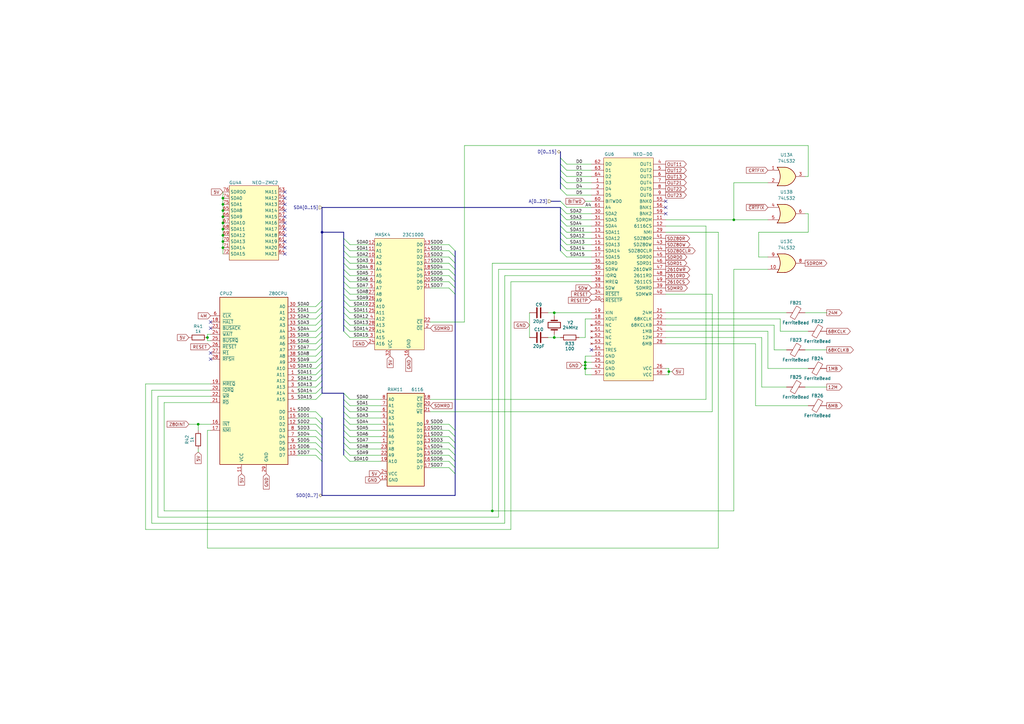
<source format=kicad_sch>
(kicad_sch (version 20250114) (generator "eeschema") (generator_version "9.0")
  (paper "A3")
  (title_block (title "NEO-MVH MV1FZS") (date "2025-10-13") (comment 1 "Not official schematic from SNK") (comment 2 "Use at your own discretion"))
  (junction (at 81.28 173.99))
  (junction (at 85.09 138.43))
  (junction (at 240.03 149.86))
  (junction (at 91.44 81.28))
  (junction (at 91.44 99.06))
  (junction (at 91.44 96.52))
  (junction (at 227.33 128.27))
  (junction (at 91.44 91.44))
  (junction (at 240.03 151.13))
  (junction (at 274.32 152.4))
  (junction (at 227.33 138.43))
  (junction (at 91.44 86.36))
  (junction (at 91.44 83.82))
  (junction (at 91.44 88.9))
  (junction (at 201.93 209.55))
  (junction (at 91.44 93.98))
  (junction (at 91.44 101.6))
  (junction (at 300.99 90.17))
  (junction (at 132.08 95.25))
  (junction (at 240.03 148.59))
  (no_connect (at 86.36 132.08))
  (no_connect (at 273.05 85.09))
  (no_connect (at 86.36 144.78))
  (no_connect (at 116.84 91.44))
  (no_connect (at 116.84 93.98))
  (no_connect (at 116.84 83.82))
  (no_connect (at 116.84 104.14))
  (no_connect (at 86.36 147.32))
  (no_connect (at 242.57 143.51))
  (no_connect (at 116.84 86.36))
  (no_connect (at 273.05 87.63))
  (no_connect (at 86.36 134.62))
  (no_connect (at 116.84 88.9))
  (no_connect (at 116.84 81.28))
  (no_connect (at 116.84 78.74))
  (no_connect (at 116.84 96.52))
  (no_connect (at 273.05 82.55))
  (no_connect (at 116.84 101.6))
  (no_connect (at 116.84 99.06))
  (bus_entry (at 132.08 148.59) (size -2.54 2.54))
  (bus_entry (at 143.51 118.11) (size -2.54 -2.54))
  (bus_entry (at 132.08 176.53) (size -2.54 -2.54))
  (bus_entry (at 140.97 176.53) (size 2.54 2.54))
  (bus_entry (at 186.69 110.49) (size -2.54 -2.54))
  (bus_entry (at 186.69 181.61) (size -2.54 -2.54))
  (bus_entry (at 186.69 179.07) (size -2.54 -2.54))
  (bus_entry (at 140.97 171.45) (size 2.54 2.54))
  (bus_entry (at 132.08 123.19) (size -2.54 2.54))
  (bus_entry (at 143.51 113.03) (size -2.54 -2.54))
  (bus_entry (at 140.97 179.07) (size 2.54 2.54))
  (bus_entry (at 143.51 130.81) (size -2.54 -2.54))
  (bus_entry (at 229.87 82.55) (size 2.54 2.54))
  (bus_entry (at 132.08 146.05) (size -2.54 2.54))
  (bus_entry (at 186.69 113.03) (size -2.54 -2.54))
  (bus_entry (at 132.08 179.07) (size -2.54 -2.54))
  (bus_entry (at 140.97 166.37) (size 2.54 2.54))
  (bus_entry (at 229.87 72.39) (size 2.54 2.54))
  (bus_entry (at 229.87 92.71) (size 2.54 2.54))
  (bus_entry (at 132.08 140.97) (size -2.54 2.54))
  (bus_entry (at 186.69 176.53) (size -2.54 -2.54))
  (bus_entry (at 143.51 135.89) (size -2.54 -2.54))
  (bus_entry (at 186.69 184.15) (size -2.54 -2.54))
  (bus_entry (at 140.97 181.61) (size 2.54 2.54))
  (bus_entry (at 143.51 128.27) (size -2.54 -2.54))
  (bus_entry (at 132.08 161.29) (size -2.54 2.54))
  (bus_entry (at 140.97 186.69) (size 2.54 2.54))
  (bus_entry (at 132.08 138.43) (size -2.54 2.54))
  (bus_entry (at 132.08 156.21) (size -2.54 2.54))
  (bus_entry (at 143.51 133.35) (size -2.54 -2.54))
  (bus_entry (at 186.69 120.65) (size -2.54 -2.54))
  (bus_entry (at 143.51 138.43) (size -2.54 -2.54))
  (bus_entry (at 143.51 102.87) (size -2.54 -2.54))
  (bus_entry (at 229.87 90.17) (size 2.54 2.54))
  (bus_entry (at 229.87 87.63) (size 2.54 2.54))
  (bus_entry (at 186.69 194.31) (size -2.54 -2.54))
  (bus_entry (at 132.08 153.67) (size -2.54 2.54))
  (bus_entry (at 186.69 115.57) (size -2.54 -2.54))
  (bus_entry (at 143.51 125.73) (size -2.54 -2.54))
  (bus_entry (at 132.08 186.69) (size -2.54 -2.54))
  (bus_entry (at 186.69 189.23) (size -2.54 -2.54))
  (bus_entry (at 186.69 105.41) (size -2.54 -2.54))
  (bus_entry (at 229.87 77.47) (size 2.54 2.54))
  (bus_entry (at 186.69 107.95) (size -2.54 -2.54))
  (bus_entry (at 143.51 123.19) (size -2.54 -2.54))
  (bus_entry (at 143.51 100.33) (size -2.54 -2.54))
  (bus_entry (at 140.97 173.99) (size 2.54 2.54))
  (bus_entry (at 186.69 118.11) (size -2.54 -2.54))
  (bus_entry (at 132.08 151.13) (size -2.54 2.54))
  (bus_entry (at 229.87 69.85) (size 2.54 2.54))
  (bus_entry (at 140.97 163.83) (size 2.54 2.54))
  (bus_entry (at 132.08 181.61) (size -2.54 -2.54))
  (bus_entry (at 229.87 95.25) (size 2.54 2.54))
  (bus_entry (at 132.08 143.51) (size -2.54 2.54))
  (bus_entry (at 132.08 130.81) (size -2.54 2.54))
  (bus_entry (at 132.08 171.45) (size -2.54 -2.54))
  (bus_entry (at 229.87 64.77) (size 2.54 2.54))
  (bus_entry (at 140.97 184.15) (size 2.54 2.54))
  (bus_entry (at 143.51 115.57) (size -2.54 -2.54))
  (bus_entry (at 140.97 161.29) (size 2.54 2.54))
  (bus_entry (at 229.87 97.79) (size 2.54 2.54))
  (bus_entry (at 186.69 191.77) (size -2.54 -2.54))
  (bus_entry (at 132.08 189.23) (size -2.54 -2.54))
  (bus_entry (at 132.08 173.99) (size -2.54 -2.54))
  (bus_entry (at 132.08 133.35) (size -2.54 2.54))
  (bus_entry (at 229.87 85.09) (size 2.54 2.54))
  (bus_entry (at 229.87 102.87) (size 2.54 2.54))
  (bus_entry (at 140.97 168.91) (size 2.54 2.54))
  (bus_entry (at 132.08 128.27) (size -2.54 2.54))
  (bus_entry (at 186.69 186.69) (size -2.54 -2.54))
  (bus_entry (at 143.51 120.65) (size -2.54 -2.54))
  (bus_entry (at 186.69 102.87) (size -2.54 -2.54))
  (bus_entry (at 229.87 67.31) (size 2.54 2.54))
  (bus_entry (at 143.51 110.49) (size -2.54 -2.54))
  (bus_entry (at 132.08 135.89) (size -2.54 2.54))
  (bus_entry (at 143.51 105.41) (size -2.54 -2.54))
  (bus_entry (at 132.08 125.73) (size -2.54 2.54))
  (bus_entry (at 229.87 74.93) (size 2.54 2.54))
  (bus_entry (at 132.08 158.75) (size -2.54 2.54))
  (bus_entry (at 132.08 184.15) (size -2.54 -2.54))
  (bus_entry (at 229.87 100.33) (size 2.54 2.54))
  (bus_entry (at 143.51 107.95) (size -2.54 -2.54))
  (wire (pts (xy 121.92 161.29) (xy 129.54 161.29)))
  (bus (pts (xy 229.87 87.63) (xy 229.87 90.17)))
  (bus (pts (xy 132.08 173.99) (xy 132.08 176.53)))
  (wire (pts (xy 229.87 138.43) (xy 227.33 138.43)))
  (wire (pts (xy 176.53 107.95) (xy 184.15 107.95)))
  (wire (pts (xy 232.41 69.85) (xy 242.57 69.85)))
  (bus (pts (xy 132.08 148.59) (xy 132.08 146.05)))
  (wire (pts (xy 274.32 151.13) (xy 274.32 152.4)))
  (bus (pts (xy 186.69 120.65) (xy 186.69 176.53)))
  (wire (pts (xy 311.15 105.41) (xy 314.96 105.41)))
  (bus (pts (xy 140.97 97.79) (xy 140.97 95.25)))
  (wire (pts (xy 121.92 130.81) (xy 129.54 130.81)))
  (wire (pts (xy 273.05 138.43) (xy 312.42 138.43)))
  (bus (pts (xy 132.08 140.97) (xy 132.08 138.43)))
  (wire (pts (xy 121.92 158.75) (xy 129.54 158.75)))
  (wire (pts (xy 227.33 128.27) (xy 224.79 128.27)))
  (wire (pts (xy 91.44 91.44) (xy 91.44 93.98)))
  (wire (pts (xy 273.05 135.89) (xy 314.96 135.89)))
  (bus (pts (xy 140.97 110.49) (xy 140.97 113.03)))
  (bus (pts (xy 132.08 181.61) (xy 132.08 184.15)))
  (wire (pts (xy 91.44 96.52) (xy 91.44 99.06)))
  (wire (pts (xy 176.53 181.61) (xy 184.15 181.61)))
  (wire (pts (xy 121.92 146.05) (xy 129.54 146.05)))
  (wire (pts (xy 201.93 107.95) (xy 201.93 209.55)))
  (wire (pts (xy 209.55 115.57) (xy 242.57 115.57)))
  (bus (pts (xy 140.97 166.37) (xy 140.97 168.91)))
  (wire (pts (xy 240.03 148.59) (xy 240.03 149.86)))
  (wire (pts (xy 64.77 212.09) (xy 204.47 212.09)))
  (wire (pts (xy 320.04 135.89) (xy 331.47 135.89)))
  (wire (pts (xy 143.51 186.69) (xy 156.21 186.69)))
  (bus (pts (xy 140.97 133.35) (xy 140.97 135.89)))
  (wire (pts (xy 309.88 166.37) (xy 331.47 166.37)))
  (wire (pts (xy 300.99 110.49) (xy 300.99 209.55)))
  (bus (pts (xy 140.97 184.15) (xy 140.97 186.69)))
  (wire (pts (xy 176.53 173.99) (xy 184.15 173.99)))
  (wire (pts (xy 86.36 160.02) (xy 62.23 160.02)))
  (wire (pts (xy 289.56 163.83) (xy 289.56 92.71)))
  (wire (pts (xy 85.09 138.43) (xy 85.09 139.7)))
  (wire (pts (xy 320.04 130.81) (xy 320.04 135.89)))
  (wire (pts (xy 121.92 138.43) (xy 129.54 138.43)))
  (wire (pts (xy 85.09 139.7) (xy 86.36 139.7)))
  (wire (pts (xy 300.99 74.93) (xy 300.99 90.17)))
  (wire (pts (xy 242.57 146.05) (xy 240.03 146.05)))
  (bus (pts (xy 186.69 115.57) (xy 186.69 118.11)))
  (wire (pts (xy 151.13 115.57) (xy 143.51 115.57)))
  (bus (pts (xy 132.08 203.2) (xy 186.69 203.2)))
  (bus (pts (xy 140.97 105.41) (xy 140.97 107.95)))
  (wire (pts (xy 121.92 156.21) (xy 129.54 156.21)))
  (wire (pts (xy 300.99 110.49) (xy 314.96 110.49)))
  (wire (pts (xy 91.44 93.98) (xy 91.44 96.52)))
  (bus (pts (xy 186.69 186.69) (xy 186.69 189.23)))
  (bus (pts (xy 132.08 156.21) (xy 132.08 153.67)))
  (wire (pts (xy 242.57 82.55) (xy 240.03 82.55)))
  (wire (pts (xy 242.57 153.67) (xy 240.03 153.67)))
  (wire (pts (xy 91.44 88.9) (xy 91.44 91.44)))
  (bus (pts (xy 140.97 95.25) (xy 132.08 95.25)))
  (bus (pts (xy 132.08 161.29) (xy 132.08 158.75)))
  (wire (pts (xy 176.53 176.53) (xy 184.15 176.53)))
  (wire (pts (xy 151.13 125.73) (xy 143.51 125.73)))
  (wire (pts (xy 240.03 149.86) (xy 240.03 151.13)))
  (wire (pts (xy 314.96 151.13) (xy 331.47 151.13)))
  (wire (pts (xy 207.01 214.63) (xy 207.01 113.03)))
  (wire (pts (xy 86.36 165.1) (xy 67.31 165.1)))
  (wire (pts (xy 67.31 209.55) (xy 201.93 209.55)))
  (bus (pts (xy 140.97 97.79) (xy 140.97 100.33)))
  (wire (pts (xy 176.53 186.69) (xy 184.15 186.69)))
  (wire (pts (xy 143.51 184.15) (xy 156.21 184.15)))
  (wire (pts (xy 273.05 151.13) (xy 274.32 151.13)))
  (bus (pts (xy 132.08 151.13) (xy 132.08 148.59)))
  (wire (pts (xy 232.41 67.31) (xy 242.57 67.31)))
  (wire (pts (xy 85.09 224.79) (xy 85.09 176.53)))
  (wire (pts (xy 151.13 138.43) (xy 143.51 138.43)))
  (wire (pts (xy 273.05 133.35) (xy 317.5 133.35)))
  (bus (pts (xy 132.08 186.69) (xy 132.08 189.23)))
  (wire (pts (xy 121.92 128.27) (xy 129.54 128.27)))
  (wire (pts (xy 121.92 163.83) (xy 129.54 163.83)))
  (bus (pts (xy 186.69 107.95) (xy 186.69 110.49)))
  (bus (pts (xy 229.87 74.93) (xy 229.87 77.47)))
  (wire (pts (xy 300.99 74.93) (xy 314.96 74.93)))
  (bus (pts (xy 229.87 69.85) (xy 229.87 72.39)))
  (wire (pts (xy 121.92 176.53) (xy 129.54 176.53)))
  (wire (pts (xy 59.69 217.17) (xy 209.55 217.17)))
  (bus (pts (xy 140.97 123.19) (xy 140.97 125.73)))
  (wire (pts (xy 121.92 186.69) (xy 129.54 186.69)))
  (wire (pts (xy 294.64 224.79) (xy 85.09 224.79)))
  (wire (pts (xy 204.47 110.49) (xy 242.57 110.49)))
  (wire (pts (xy 176.53 184.15) (xy 184.15 184.15)))
  (wire (pts (xy 176.53 118.11) (xy 184.15 118.11)))
  (wire (pts (xy 176.53 110.49) (xy 184.15 110.49)))
  (wire (pts (xy 151.13 128.27) (xy 143.51 128.27)))
  (wire (pts (xy 273.05 153.67) (xy 274.32 153.67)))
  (wire (pts (xy 240.03 146.05) (xy 240.03 148.59)))
  (wire (pts (xy 232.41 92.71) (xy 242.57 92.71)))
  (bus (pts (xy 186.69 102.87) (xy 186.69 105.41)))
  (bus (pts (xy 140.97 120.65) (xy 140.97 123.19)))
  (bus (pts (xy 140.97 173.99) (xy 140.97 176.53)))
  (bus (pts (xy 140.97 179.07) (xy 140.97 181.61)))
  (bus (pts (xy 140.97 113.03) (xy 140.97 115.57)))
  (bus (pts (xy 132.08 85.09) (xy 132.08 95.25)))
  (bus (pts (xy 140.97 130.81) (xy 140.97 133.35)))
  (bus (pts (xy 229.87 67.31) (xy 229.87 69.85)))
  (wire (pts (xy 232.41 97.79) (xy 242.57 97.79)))
  (wire (pts (xy 292.1 168.91) (xy 292.1 120.65)))
  (wire (pts (xy 91.44 83.82) (xy 91.44 86.36)))
  (wire (pts (xy 232.41 90.17) (xy 242.57 90.17)))
  (bus (pts (xy 140.97 118.11) (xy 140.97 120.65)))
  (wire (pts (xy 232.41 102.87) (xy 242.57 102.87)))
  (wire (pts (xy 274.32 152.4) (xy 274.32 153.67)))
  (wire (pts (xy 227.33 128.27) (xy 242.57 128.27)))
  (wire (pts (xy 330.2 72.39) (xy 331.47 72.39)))
  (bus (pts (xy 186.69 189.23) (xy 186.69 191.77)))
  (wire (pts (xy 121.92 168.91) (xy 129.54 168.91)))
  (bus (pts (xy 186.69 118.11) (xy 186.69 120.65)))
  (bus (pts (xy 229.87 64.77) (xy 229.87 67.31)))
  (bus (pts (xy 140.97 176.53) (xy 140.97 179.07)))
  (wire (pts (xy 330.2 87.63) (xy 331.47 87.63)))
  (wire (pts (xy 227.33 129.54) (xy 227.33 128.27)))
  (wire (pts (xy 176.53 115.57) (xy 184.15 115.57)))
  (bus (pts (xy 229.87 95.25) (xy 229.87 97.79)))
  (wire (pts (xy 151.13 118.11) (xy 143.51 118.11)))
  (wire (pts (xy 143.51 171.45) (xy 156.21 171.45)))
  (bus (pts (xy 186.69 191.77) (xy 186.69 194.31)))
  (wire (pts (xy 121.92 171.45) (xy 129.54 171.45)))
  (wire (pts (xy 151.13 100.33) (xy 143.51 100.33)))
  (wire (pts (xy 121.92 143.51) (xy 129.54 143.51)))
  (wire (pts (xy 62.23 214.63) (xy 207.01 214.63)))
  (bus (pts (xy 229.87 97.79) (xy 229.87 100.33)))
  (wire (pts (xy 143.51 163.83) (xy 156.21 163.83)))
  (bus (pts (xy 229.87 100.33) (xy 229.87 102.87)))
  (wire (pts (xy 151.13 102.87) (xy 143.51 102.87)))
  (bus (pts (xy 132.08 179.07) (xy 132.08 181.61)))
  (bus (pts (xy 132.08 95.25) (xy 132.08 123.19)))
  (bus (pts (xy 229.87 90.17) (xy 229.87 92.71)))
  (wire (pts (xy 151.13 135.89) (xy 143.51 135.89)))
  (bus (pts (xy 226.06 82.55) (xy 229.87 82.55)))
  (wire (pts (xy 91.44 78.74) (xy 91.44 81.28)))
  (wire (pts (xy 176.53 191.77) (xy 184.15 191.77)))
  (bus (pts (xy 140.97 102.87) (xy 140.97 105.41)))
  (wire (pts (xy 129.54 173.99) (xy 121.92 173.99)))
  (bus (pts (xy 140.97 115.57) (xy 140.97 118.11)))
  (wire (pts (xy 292.1 120.65) (xy 273.05 120.65)))
  (wire (pts (xy 317.5 143.51) (xy 322.58 143.51)))
  (wire (pts (xy 232.41 100.33) (xy 242.57 100.33)))
  (wire (pts (xy 273.05 128.27) (xy 322.58 128.27)))
  (bus (pts (xy 186.69 176.53) (xy 186.69 179.07)))
  (wire (pts (xy 121.92 125.73) (xy 129.54 125.73)))
  (wire (pts (xy 143.51 166.37) (xy 156.21 166.37)))
  (wire (pts (xy 227.33 137.16) (xy 227.33 138.43)))
  (wire (pts (xy 207.01 113.03) (xy 242.57 113.03)))
  (wire (pts (xy 121.92 181.61) (xy 129.54 181.61)))
  (bus (pts (xy 186.69 105.41) (xy 186.69 107.95)))
  (bus (pts (xy 132.08 135.89) (xy 132.08 133.35)))
  (bus (pts (xy 229.87 72.39) (xy 229.87 74.93)))
  (wire (pts (xy 217.17 128.27) (xy 217.17 138.43)))
  (wire (pts (xy 227.33 138.43) (xy 224.79 138.43)))
  (wire (pts (xy 81.28 185.42) (xy 81.28 184.15)))
  (wire (pts (xy 312.42 158.75) (xy 322.58 158.75)))
  (wire (pts (xy 238.76 149.86) (xy 240.03 149.86)))
  (wire (pts (xy 184.15 179.07) (xy 176.53 179.07)))
  (wire (pts (xy 184.15 105.41) (xy 176.53 105.41)))
  (wire (pts (xy 67.31 165.1) (xy 67.31 209.55)))
  (wire (pts (xy 331.47 59.69) (xy 331.47 72.39)))
  (wire (pts (xy 317.5 133.35) (xy 317.5 143.51)))
  (wire (pts (xy 176.53 163.83) (xy 289.56 163.83)))
  (wire (pts (xy 309.88 140.97) (xy 309.88 166.37)))
  (wire (pts (xy 240.03 148.59) (xy 242.57 148.59)))
  (bus (pts (xy 229.87 85.09) (xy 229.87 87.63)))
  (wire (pts (xy 151.13 107.95) (xy 143.51 107.95)))
  (wire (pts (xy 81.28 173.99) (xy 86.36 173.99)))
  (wire (pts (xy 91.44 81.28) (xy 91.44 83.82)))
  (wire (pts (xy 275.59 152.4) (xy 274.32 152.4)))
  (bus (pts (xy 132.08 85.09) (xy 229.87 85.09)))
  (wire (pts (xy 232.41 74.93) (xy 242.57 74.93)))
  (wire (pts (xy 339.09 143.51) (xy 330.2 143.51)))
  (wire (pts (xy 289.56 92.71) (xy 273.05 92.71)))
  (bus (pts (xy 132.08 130.81) (xy 132.08 128.27)))
  (wire (pts (xy 204.47 212.09) (xy 204.47 110.49)))
  (wire (pts (xy 176.53 189.23) (xy 184.15 189.23)))
  (bus (pts (xy 229.87 92.71) (xy 229.87 95.25)))
  (wire (pts (xy 64.77 162.56) (xy 64.77 212.09)))
  (wire (pts (xy 176.53 100.33) (xy 184.15 100.33)))
  (wire (pts (xy 121.92 184.15) (xy 129.54 184.15)))
  (wire (pts (xy 237.49 138.43) (xy 240.03 138.43)))
  (wire (pts (xy 151.13 123.19) (xy 143.51 123.19)))
  (wire (pts (xy 331.47 95.25) (xy 311.15 95.25)))
  (wire (pts (xy 143.51 181.61) (xy 156.21 181.61)))
  (bus (pts (xy 132.08 143.51) (xy 132.08 140.97)))
  (wire (pts (xy 273.05 95.25) (xy 294.64 95.25)))
  (wire (pts (xy 314.96 135.89) (xy 314.96 151.13)))
  (bus (pts (xy 186.69 113.03) (xy 186.69 115.57)))
  (bus (pts (xy 132.08 153.67) (xy 132.08 151.13)))
  (bus (pts (xy 140.97 161.29) (xy 132.08 161.29)))
  (bus (pts (xy 186.69 179.07) (xy 186.69 181.61)))
  (wire (pts (xy 209.55 217.17) (xy 209.55 115.57)))
  (wire (pts (xy 143.51 168.91) (xy 156.21 168.91)))
  (bus (pts (xy 140.97 100.33) (xy 140.97 102.87)))
  (wire (pts (xy 151.13 130.81) (xy 143.51 130.81)))
  (bus (pts (xy 132.08 128.27) (xy 132.08 125.73)))
  (bus (pts (xy 132.08 125.73) (xy 132.08 123.19)))
  (wire (pts (xy 311.15 95.25) (xy 311.15 105.41)))
  (wire (pts (xy 273.05 130.81) (xy 320.04 130.81)))
  (wire (pts (xy 143.51 176.53) (xy 156.21 176.53)))
  (wire (pts (xy 176.53 132.08) (xy 190.5 132.08)))
  (bus (pts (xy 132.08 146.05) (xy 132.08 143.51)))
  (wire (pts (xy 62.23 160.02) (xy 62.23 214.63)))
  (wire (pts (xy 232.41 95.25) (xy 242.57 95.25)))
  (wire (pts (xy 143.51 173.99) (xy 156.21 173.99)))
  (wire (pts (xy 86.36 157.48) (xy 59.69 157.48)))
  (wire (pts (xy 121.92 140.97) (xy 129.54 140.97)))
  (wire (pts (xy 59.69 157.48) (xy 59.69 217.17)))
  (bus (pts (xy 132.08 171.45) (xy 132.08 173.99)))
  (wire (pts (xy 331.47 87.63) (xy 331.47 95.25)))
  (wire (pts (xy 240.03 130.81) (xy 240.03 138.43)))
  (bus (pts (xy 132.08 158.75) (xy 132.08 156.21)))
  (wire (pts (xy 121.92 153.67) (xy 129.54 153.67)))
  (wire (pts (xy 151.13 120.65) (xy 143.51 120.65)))
  (wire (pts (xy 91.44 101.6) (xy 91.44 104.14)))
  (bus (pts (xy 229.87 62.23) (xy 229.87 64.77)))
  (wire (pts (xy 91.44 99.06) (xy 91.44 101.6)))
  (wire (pts (xy 86.36 162.56) (xy 64.77 162.56)))
  (wire (pts (xy 240.03 151.13) (xy 240.03 153.67)))
  (wire (pts (xy 201.93 107.95) (xy 242.57 107.95)))
  (wire (pts (xy 77.47 173.99) (xy 81.28 173.99)))
  (wire (pts (xy 176.53 168.91) (xy 292.1 168.91)))
  (wire (pts (xy 232.41 72.39) (xy 242.57 72.39)))
  (wire (pts (xy 121.92 148.59) (xy 129.54 148.59)))
  (wire (pts (xy 85.09 137.16) (xy 85.09 138.43)))
  (bus (pts (xy 186.69 194.31) (xy 186.69 203.2)))
  (bus (pts (xy 140.97 168.91) (xy 140.97 171.45)))
  (bus (pts (xy 132.08 133.35) (xy 132.08 130.81)))
  (wire (pts (xy 312.42 138.43) (xy 312.42 158.75)))
  (wire (pts (xy 151.13 113.03) (xy 143.51 113.03)))
  (bus (pts (xy 132.08 184.15) (xy 132.08 186.69)))
  (wire (pts (xy 143.51 189.23) (xy 156.21 189.23)))
  (wire (pts (xy 339.09 158.75) (xy 330.2 158.75)))
  (wire (pts (xy 143.51 179.07) (xy 156.21 179.07)))
  (bus (pts (xy 186.69 184.15) (xy 186.69 186.69)))
  (wire (pts (xy 190.5 132.08) (xy 190.5 59.69)))
  (wire (pts (xy 240.03 151.13) (xy 242.57 151.13)))
  (wire (pts (xy 232.41 85.09) (xy 242.57 85.09)))
  (wire (pts (xy 121.92 135.89) (xy 129.54 135.89)))
  (wire (pts (xy 232.41 105.41) (xy 242.57 105.41)))
  (wire (pts (xy 151.13 105.41) (xy 143.51 105.41)))
  (bus (pts (xy 140.97 107.95) (xy 140.97 110.49)))
  (bus (pts (xy 140.97 128.27) (xy 140.97 130.81)))
  (wire (pts (xy 121.92 179.07) (xy 129.54 179.07)))
  (wire (pts (xy 339.09 128.27) (xy 330.2 128.27)))
  (wire (pts (xy 85.09 176.53) (xy 86.36 176.53)))
  (bus (pts (xy 132.08 176.53) (xy 132.08 179.07)))
  (bus (pts (xy 140.97 171.45) (xy 140.97 173.99)))
  (bus (pts (xy 186.69 181.61) (xy 186.69 184.15)))
  (wire (pts (xy 232.41 80.01) (xy 242.57 80.01)))
  (wire (pts (xy 176.53 113.03) (xy 184.15 113.03)))
  (wire (pts (xy 121.92 133.35) (xy 129.54 133.35)))
  (wire (pts (xy 273.05 140.97) (xy 309.88 140.97)))
  (wire (pts (xy 151.13 110.49) (xy 143.51 110.49)))
  (wire (pts (xy 176.53 102.87) (xy 184.15 102.87)))
  (bus (pts (xy 132.08 203.2) (xy 132.08 189.23)))
  (wire (pts (xy 86.36 137.16) (xy 85.09 137.16)))
  (wire (pts (xy 201.93 209.55) (xy 300.99 209.55)))
  (wire (pts (xy 81.28 176.53) (xy 81.28 173.99)))
  (wire (pts (xy 91.44 86.36) (xy 91.44 88.9)))
  (bus (pts (xy 140.97 163.83) (xy 140.97 166.37)))
  (bus (pts (xy 186.69 110.49) (xy 186.69 113.03)))
  (wire (pts (xy 190.5 59.69) (xy 331.47 59.69)))
  (wire (pts (xy 273.05 90.17) (xy 300.99 90.17)))
  (wire (pts (xy 121.92 151.13) (xy 129.54 151.13)))
  (wire (pts (xy 314.96 90.17) (xy 300.99 90.17)))
  (wire (pts (xy 232.41 87.63) (xy 242.57 87.63)))
  (bus (pts (xy 140.97 181.61) (xy 140.97 184.15)))
  (wire (pts (xy 294.64 95.25) (xy 294.64 224.79)))
  (bus (pts (xy 132.08 138.43) (xy 132.08 135.89)))
  (wire (pts (xy 151.13 133.35) (xy 143.51 133.35)))
  (wire (pts (xy 240.03 130.81) (xy 242.57 130.81)))
  (bus (pts (xy 140.97 125.73) (xy 140.97 128.27)))
  (wire (pts (xy 232.41 77.47) (xy 242.57 77.47)))
  (bus (pts (xy 140.97 161.29) (xy 140.97 163.83)))
  (label "SDA1" (at 151.13 102.87 180))
  (label "SDD3" (at 176.53 181.61 0))
  (label "SDA6" (at 151.13 179.07 180))
  (label "SDA2" (at 151.13 105.41 180))
  (label "SDD4" (at 176.53 110.49 0))
  (label "SDA5" (at 121.92 138.43 0))
  (label "SDA8" (at 121.92 146.05 0))
  (label "SDA2" (at 233.68 87.63 0))
  (label "SDA1" (at 121.92 128.27 0))
  (label "D0" (at 236.22 67.31 0))
  (label "SDA3" (at 121.92 133.35 0))
  (label "SDD0" (at 176.53 100.33 0))
  (label "SDA5" (at 151.13 176.53 180))
  (label "SDD1" (at 121.92 171.45 0))
  (label "SDA12" (at 121.92 156.21 0))
  (label "SDA4" (at 121.92 135.89 0))
  (label "SDA4" (at 151.13 110.49 180))
  (label "SDA5" (at 151.13 113.03 180))
  (label "SDA13" (at 121.92 158.75 0))
  (label "SDA10" (at 121.92 151.13 0))
  (label "SDA15" (at 121.92 163.83 0))
  (label "A4" (at 240.03 85.09 0))
  (label "SDD4" (at 121.92 179.07 0))
  (label "SDA15" (at 233.68 105.41 0))
  (label "SDA13" (at 151.13 133.35 180))
  (label "SDA8" (at 151.13 184.15 180))
  (label "SDA10" (at 151.13 189.23 180))
  (label "SDA6" (at 121.92 140.97 0))
  (label "SDA4" (at 233.68 92.71 0))
  (label "SDD0" (at 176.53 173.99 0))
  (label "SDA11" (at 233.68 95.25 0))
  (label "SDD3" (at 176.53 107.95 0))
  (label "SDA11" (at 121.92 153.67 0))
  (label "SDD5" (at 176.53 113.03 0))
  (label "SDA14" (at 151.13 135.89 180))
  (label "D3" (at 236.22 74.93 0))
  (label "SDA13" (at 233.68 100.33 0))
  (label "SDD7" (at 176.53 191.77 0))
  (label "SDA3" (at 151.13 107.95 180))
  (label "SDA10" (at 151.13 125.73 180))
  (label "SDA11" (at 151.13 128.27 180))
  (label "SDD2" (at 176.53 179.07 0))
  (label "SDD4" (at 176.53 184.15 0))
  (label "SDD3" (at 121.92 176.53 0))
  (label "SDA3" (at 151.13 171.45 180))
  (label "D4" (at 236.22 77.47 0))
  (label "SDA0" (at 151.13 163.83 180))
  (label "SDA12" (at 151.13 130.81 180))
  (label "SDA4" (at 151.13 173.99 180))
  (label "SDD7" (at 121.92 186.69 0))
  (label "D2" (at 236.22 72.39 0))
  (label "SDA15" (at 151.13 138.43 180))
  (label "SDA12" (at 233.68 97.79 0))
  (label "SDA9" (at 151.13 186.69 180))
  (label "D5" (at 236.22 80.01 0))
  (label "SDA14" (at 233.68 102.87 0))
  (label "SDA7" (at 151.13 118.11 180))
  (label "SDA7" (at 121.92 143.51 0))
  (label "SDA7" (at 151.13 181.61 180))
  (label "SDD2" (at 121.92 173.99 0))
  (label "SDD1" (at 176.53 102.87 0))
  (label "SDA9" (at 151.13 123.19 180))
  (label "SDA2" (at 121.92 130.81 0))
  (label "SDA3" (at 233.68 90.17 0))
  (label "SDD6" (at 176.53 189.23 0))
  (label "SDA2" (at 151.13 168.91 180))
  (label "SDD7" (at 176.53 118.11 0))
  (label "D1" (at 236.22 69.85 0))
  (label "SDD5" (at 121.92 181.61 0))
  (label "SDA0" (at 151.13 100.33 180))
  (label "SDA0" (at 121.92 125.73 0))
  (label "SDA9" (at 121.92 148.59 0))
  (label "SDA14" (at 121.92 161.29 0))
  (label "SDA1" (at 151.13 166.37 180))
  (label "SDD6" (at 176.53 115.57 0))
  (label "SDD5" (at 176.53 186.69 0))
  (label "SDD1" (at 176.53 176.53 0))
  (label "SDD0" (at 121.92 168.91 0))
  (label "SDD2" (at 176.53 105.41 0))
  (label "SDD6" (at 121.92 184.15 0))
  (label "SDA8" (at 151.13 120.65 180))
  (label "SDA6" (at 151.13 115.57 180))
  (global_label "2610WR" (shape output) (at 273.05 110.49 0) (property "Intersheetrefs" "${INTERSHEET_REFS}" (effects (hide yes))))
  (global_label "2610RD" (shape output) (at 273.05 113.03 0) (property "Intersheetrefs" "${INTERSHEET_REFS}" (effects (hide yes))))
  (global_label "5V" (shape input) (at 91.44 78.74 180) (property "Intersheetrefs" "${INTERSHEET_REFS}" (effects (hide yes))))
  (global_label "BITW0" (shape input) (at 240.03 82.55 180) (property "Intersheetrefs" "${INTERSHEET_REFS}" (effects (hide yes))))
  (global_label "OUT12" (shape output) (at 273.05 69.85 0) (property "Intersheetrefs" "${INTERSHEET_REFS}" (effects (hide yes))))
  (global_label "OUT21" (shape output) (at 273.05 74.93 0) (property "Intersheetrefs" "${INTERSHEET_REFS}" (effects (hide yes))))
  (global_label "SDRD0" (shape output) (at 273.05 105.41 0) (property "Intersheetrefs" "${INTERSHEET_REFS}" (effects (hide yes))))
  (global_label "5V" (shape input) (at 81.28 185.42 270) (property "Intersheetrefs" "${INTERSHEET_REFS}" (effects (hide yes))))
  (global_label "GND" (shape input) (at 156.21 196.85 180) (property "Intersheetrefs" "${INTERSHEET_REFS}" (effects (hide yes))))
  (global_label "RESETP" (shape input) (at 242.57 123.19 180) (property "Intersheetrefs" "${INTERSHEET_REFS}" (effects (hide yes))))
  (global_label "68KCLK" (shape output) (at 339.09 135.89 0) (property "Intersheetrefs" "${INTERSHEET_REFS}" (effects (hide yes))))
  (global_label "4M" (shape input) (at 86.36 129.54 180) (property "Intersheetrefs" "${INTERSHEET_REFS}" (effects (hide yes))))
  (global_label "GND" (shape input) (at 167.64 146.05 270) (property "Intersheetrefs" "${INTERSHEET_REFS}" (effects (hide yes))))
  (global_label "SDW" (shape input) (at 242.57 118.11 180) (property "Intersheetrefs" "${INTERSHEET_REFS}" (effects (hide yes))))
  (global_label "RESET" (shape input) (at 86.36 142.24 180) (property "Intersheetrefs" "${INTERSHEET_REFS}" (effects (hide yes))))
  (global_label "SDMRD" (shape input) (at 176.53 134.62 0) (property "Intersheetrefs" "${INTERSHEET_REFS}" (effects (hide yes))))
  (global_label "CRTFIX" (shape input) (at 314.96 69.85 180) (property "Intersheetrefs" "${INTERSHEET_REFS}" (effects (hide yes))))
  (global_label "GND" (shape input) (at 151.13 140.97 180) (property "Intersheetrefs" "${INTERSHEET_REFS}" (effects (hide yes))))
  (global_label "OUT22" (shape output) (at 273.05 77.47 0) (property "Intersheetrefs" "${INTERSHEET_REFS}" (effects (hide yes))))
  (global_label "GND" (shape input) (at 109.22 194.31 270) (property "Intersheetrefs" "${INTERSHEET_REFS}" (effects (hide yes))))
  (global_label "SDRD1" (shape output) (at 273.05 107.95 0) (property "Intersheetrefs" "${INTERSHEET_REFS}" (effects (hide yes))))
  (global_label "OUT13" (shape output) (at 273.05 72.39 0) (property "Intersheetrefs" "${INTERSHEET_REFS}" (effects (hide yes))))
  (global_label "SDMRD" (shape output) (at 273.05 118.11 0) (property "Intersheetrefs" "${INTERSHEET_REFS}" (effects (hide yes))))
  (global_label "24M" (shape output) (at 339.09 128.27 0) (property "Intersheetrefs" "${INTERSHEET_REFS}" (effects (hide yes))))
  (global_label "1MB" (shape output) (at 339.09 151.13 0) (property "Intersheetrefs" "${INTERSHEET_REFS}" (effects (hide yes))))
  (global_label "RESET" (shape input) (at 242.57 120.65 180) (property "Intersheetrefs" "${INTERSHEET_REFS}" (effects (hide yes))))
  (global_label "SDMRD" (shape input) (at 176.53 166.37 0) (property "Intersheetrefs" "${INTERSHEET_REFS}" (effects (hide yes))))
  (global_label "6MB" (shape output) (at 339.09 166.37 0) (property "Intersheetrefs" "${INTERSHEET_REFS}" (effects (hide yes))))
  (global_label "GND" (shape input) (at 238.76 149.86 180) (property "Intersheetrefs" "${INTERSHEET_REFS}" (effects (hide yes))))
  (global_label "5V" (shape input) (at 275.59 152.4 0) (property "Intersheetrefs" "${INTERSHEET_REFS}" (effects (hide yes))))
  (global_label "12M" (shape output) (at 339.09 158.75 0) (property "Intersheetrefs" "${INTERSHEET_REFS}" (effects (hide yes))))
  (global_label "68KCLKB" (shape output) (at 339.09 143.51 0) (property "Intersheetrefs" "${INTERSHEET_REFS}" (effects (hide yes))))
  (global_label "OUT23" (shape output) (at 273.05 80.01 0) (property "Intersheetrefs" "${INTERSHEET_REFS}" (effects (hide yes))))
  (global_label "5V" (shape input) (at 99.06 194.31 270) (property "Intersheetrefs" "${INTERSHEET_REFS}" (effects (hide yes))))
  (global_label "Z80INT" (shape input) (at 77.47 173.99 180) (property "Intersheetrefs" "${INTERSHEET_REFS}" (effects (hide yes))))
  (global_label "GND" (shape input) (at 217.17 133.35 180) (property "Intersheetrefs" "${INTERSHEET_REFS}" (effects (hide yes))))
  (global_label "2610CS" (shape output) (at 273.05 115.57 0) (property "Intersheetrefs" "${INTERSHEET_REFS}" (effects (hide yes))))
  (global_label "OUT11" (shape output) (at 273.05 67.31 0) (property "Intersheetrefs" "${INTERSHEET_REFS}" (effects (hide yes))))
  (global_label "5V" (shape input) (at 77.47 138.43 180) (property "Intersheetrefs" "${INTERSHEET_REFS}" (effects (hide yes))))
  (global_label "5V" (shape input) (at 160.02 146.05 270) (property "Intersheetrefs" "${INTERSHEET_REFS}" (effects (hide yes))))
  (global_label "SDZ80R" (shape output) (at 273.05 97.79 0) (property "Intersheetrefs" "${INTERSHEET_REFS}" (effects (hide yes))))
  (global_label "SDROM" (shape output) (at 330.2 107.95 0) (property "Intersheetrefs" "${INTERSHEET_REFS}" (effects (hide yes))))
  (global_label "SDZ80CLR" (shape output) (at 273.05 102.87 0) (property "Intersheetrefs" "${INTERSHEET_REFS}" (effects (hide yes))))
  (global_label "SDZ80W" (shape output) (at 273.05 100.33 0) (property "Intersheetrefs" "${INTERSHEET_REFS}" (effects (hide yes))))
  (global_label "5V" (shape input) (at 156.21 194.31 180) (property "Intersheetrefs" "${INTERSHEET_REFS}" (effects (hide yes))))
  (global_label "~{CRTFIX}" (shape input) (at 314.96 85.09 180) (property "Intersheetrefs" "${INTERSHEET_REFS}" (effects (hide yes))))
  (hierarchical_label "SDD[0..7]" (shape bidirectional) (at 132.08 203.2 180))
  (hierarchical_label "A[0..23]" (shape input) (at 226.06 82.55 180))
  (hierarchical_label "D[0..15]" (shape bidirectional) (at 229.87 62.23 180))
  (hierarchical_label "SDA[0..15]" (shape input) (at 132.08 85.09 180))
  (symbol (lib_id "Device:R") (at 81.28 138.43 90) (unit 1)
    (property "Reference" "R41" (at 81.28 133.858 90))
    (property "Value" "1k" (at 81.28 135.89 90))
    (property "Description" "Resistor" (effects (hide yes)))
  )
  (symbol (lib_id "74xx:74LS32") (at 322.58 87.63 0) (unit 2)
    (property "Reference" "U13" (at 322.58 78.74 0))
    (property "Value" "74LS32" (at 322.58 81.28 0))
    (property "Datasheet" "http://www.ti.com/lit/gpn/sn74LS32" (effects (hide yes)))
    (property "Description" "Quad 2-input OR" (effects (hide yes)))
  )
  (symbol (lib_id "74xx:74LS32") (at 322.58 107.95 0) (unit 3)
    (property "Reference" "U13" (at 322.58 99.06 0))
    (property "Value" "74LS32" (at 322.58 101.6 0))
    (property "Datasheet" "http://www.ti.com/lit/gpn/sn74LS32" (effects (hide yes)))
    (property "Description" "Quad 2-input OR" (effects (hide yes)))
  )
  (symbol (lib_id "Device:FerriteBead") (at 335.28 166.37 90) (unit 1)
    (property "Reference" "FB26" (at 335.28 162.306 90))
    (property "Value" "FerriteBead" (at 335.28 170.434 90))
    (property "Description" "Ferrite bead" (effects (hide yes)))
  )
  (symbol (lib_id "74xx:74LS32") (at 322.58 72.39 0) (unit 1)
    (property "Reference" "U13" (at 322.58 63.5 0))
    (property "Value" "74LS32" (at 322.58 66.04 0))
    (property "Datasheet" "http://www.ti.com/lit/gpn/sn74LS32" (effects (hide yes)))
    (property "Description" "Quad 2-input OR" (effects (hide yes)))
  )
  (symbol (lib_id "Device:FerriteBead") (at 326.39 128.27 90) (unit 1)
    (property "Reference" "FB21" (at 326.39 124.206 90))
    (property "Value" "FerriteBead" (at 326.39 132.334 90))
    (property "Description" "Ferrite bead" (effects (hide yes)))
  )
  (symbol (lib_id "Neo Geo:NEO-ZMC2") (at 104.14 91.44 0) (unit 1)
    (property "Reference" "GU4" (at 96.52 74.93 0))
    (property "Value" "NEO-ZMC2" (at 108.712 74.93 0))
    (property "Description" "NEO-ZMC combined with PRO-CT0" (effects (hide yes)))
  )
  (symbol (lib_id "Device:Crystal") (at 227.33 133.35 270) (unit 1)
    (property "Reference" "Y2" (at 233.934 132.334 90))
    (property "Value" "24MHz" (at 233.934 134.366 90))
    (property "Description" "Two pin crystal" (effects (hide yes)))
  )
  (symbol (lib_id "Device:R") (at 233.68 138.43 270) (mirror x) (unit 1)
    (property "Reference" "R33" (at 233.68 140.97 90))
    (property "Value" "100" (at 233.68 143.002 90))
    (property "Description" "Resistor" (effects (hide yes)))
  )
  (symbol (lib_id "Neo Geo:Z80CPU") (at 104.14 156.21 0) (unit 1)
    (property "Reference" "CPU2" (at 92.71 120.396 0))
    (property "Value" "Z80CPU" (at 114.046 120.396 0))
    (property "Datasheet" "www.zilog.com/manage_directlink.php?filepath=docs/z80/um0080" (effects (hide yes)))
    (property "Description" "8-bit General Purpose Microprocessor, DIP-40" (effects (hide yes)))
  )
  (symbol (lib_id "Device:FerriteBead") (at 335.28 151.13 90) (unit 1)
    (property "Reference" "FB24" (at 335.28 147.066 90))
    (property "Value" "FerriteBead" (at 335.28 155.194 90))
    (property "Description" "Ferrite bead" (effects (hide yes)))
  )
  (symbol (lib_id "Device:C") (at 220.98 138.43 90) (unit 1)
    (property "Reference" "C10" (at 220.98 135.128 90))
    (property "Value" "20pF" (at 220.98 141.986 90))
    (property "Description" "Unpolarized capacitor" (effects (hide yes)))
  )
  (symbol (lib_id "Neo Geo:23C1000-SFIX") (at 163.83 116.84 0) (unit 1)
    (property "Reference" "MASK4" (at 156.972 96.266 0))
    (property "Value" "23C1000" (at 169.418 96.266 0))
    (property "Description" "1MBIT CMOS MASK ROM" (effects (hide yes)))
  )
  (symbol (lib_id "Neo Geo:NEO-D0") (at 257.81 123.19 0) (unit 1)
    (property "Reference" "GU6" (at 249.936 63.246 0))
    (property "Value" "NEO-D0" (at 263.652 63.246 0))
  )
  (symbol (lib_id "Device:FerriteBead") (at 326.39 143.51 90) (unit 1)
    (property "Reference" "FB23" (at 326.39 139.446 90))
    (property "Value" "FerriteBead" (at 326.39 147.574 90))
    (property "Description" "Ferrite bead" (effects (hide yes)))
  )
  (symbol (lib_id "Neo Geo:BR6216B-10LL") (at 166.37 186.69 0) (unit 1)
    (property "Reference" "RAM11" (at 162.052 159.766 0))
    (property "Value" "6116" (at 171.196 159.766 0))
    (property "Footprint" "Package_DIP:DIP-28_W15.24mm" (effects (hide yes)))
  )
  (symbol (lib_id "Device:FerriteBead") (at 326.39 158.75 90) (unit 1)
    (property "Reference" "FB25" (at 326.39 154.686 90))
    (property "Value" "FerriteBead" (at 326.39 162.814 90))
    (property "Description" "Ferrite bead" (effects (hide yes)))
  )
  (symbol (lib_id "Device:R") (at 81.28 180.34 180) (unit 1)
    (property "Reference" "R42" (at 76.708 180.34 90))
    (property "Value" "1k" (at 78.74 180.34 90))
    (property "Description" "Resistor" (effects (hide yes)))
  )
  (symbol (lib_id "Device:C") (at 220.98 128.27 90) (unit 1)
    (property "Reference" "C9" (at 220.98 124.968 90))
    (property "Value" "20pF" (at 220.98 131.826 90))
    (property "Description" "Unpolarized capacitor" (effects (hide yes)))
  )
  (symbol (lib_id "Device:FerriteBead") (at 335.28 135.89 90) (unit 1)
    (property "Reference" "FB22" (at 335.28 131.826 90))
    (property "Value" "FerriteBead" (at 335.28 139.954 90))
    (property "Description" "Ferrite bead" (effects (hide yes)))
  )
)
</source>
